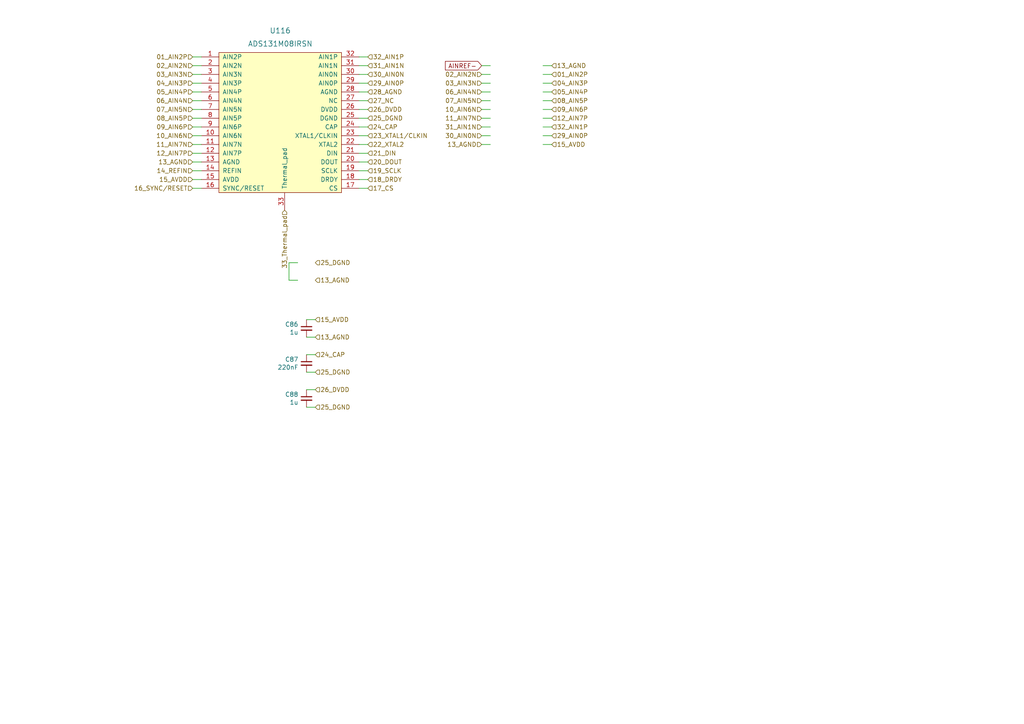
<source format=kicad_sch>
(kicad_sch (version 20210621) (generator eeschema)
  (paper "A4")
  (lib_symbols
    (symbol "FreeEEG32-ads131-rescue:C_Small-Device" (pin_numbers hide) (pin_names (offset 0.254) hide)
      (property "Reference" "C" (at 0.254 1.778 0))
      (property "Value" "C_Small-Device" (at 0.254 -2.032 0))
      (symbol "C_Small-Device_0_1"
        (polyline (pts (xy -1.524 -0.508) (xy 1.524 -0.508)) (stroke (width 0.3302)))
        (polyline (pts (xy -1.524 0.508) (xy 1.524 0.508)) (stroke (width 0.3048)))
      )
      (symbol "C_Small-Device_1_1"
        (pin passive line (at 0 2.54 270) (length 2.032) (name "~") (number "1"))
        (pin passive line (at 0 -2.54 90) (length 2.032) (name "~") (number "2"))
      )
    )
    (symbol "ads131:ADS131M08IPBS" (pin_names (offset 1.016))
      (property "Reference" "U?" (at -1.27 44.45 0))
      (property "Value" "ADS131M08IPBS" (at -1.27 40.64 0))
      (symbol "ADS131M08IPBS_0_1"
        (rectangle (start -19.05 39.37) (end 16.51 -1.27) (fill (type background)))
      )
      (symbol "ADS131M08IPBS_1_1"
        (pin input line (at -24.13 38.1 0) (length 5.08) (name "AIN2P") (number "1"))
        (pin input line (at -24.13 15.24 0) (length 5.08) (name "AIN6N") (number "10"))
        (pin input line (at -24.13 12.7 0) (length 5.08) (name "AIN7N") (number "11"))
        (pin input line (at -24.13 10.16 0) (length 5.08) (name "AIN7P") (number "12"))
        (pin input line (at -24.13 7.62 0) (length 5.08) (name "AGND") (number "13"))
        (pin input line (at -24.13 5.08 0) (length 5.08) (name "REFIN") (number "14"))
        (pin input line (at -24.13 2.54 0) (length 5.08) (name "AVDD") (number "15"))
        (pin input line (at -24.13 0 0) (length 5.08) (name "SYNC/RESET") (number "16"))
        (pin input line (at 21.59 0 180) (length 5.08) (name "CS") (number "17"))
        (pin input line (at 21.59 2.54 180) (length 5.08) (name "DRDY") (number "18"))
        (pin input line (at 21.59 5.08 180) (length 5.08) (name "SCLK") (number "19"))
        (pin input line (at -24.13 35.56 0) (length 5.08) (name "AIN2N") (number "2"))
        (pin input line (at 21.59 7.62 180) (length 5.08) (name "DOUT") (number "20"))
        (pin input line (at 21.59 10.16 180) (length 5.08) (name "DIN") (number "21"))
        (pin input line (at 21.59 12.7 180) (length 5.08) (name "XTAL2") (number "22"))
        (pin input line (at 21.59 15.24 180) (length 5.08) (name "XTAL1/CLKIN") (number "23"))
        (pin input line (at 21.59 17.78 180) (length 5.08) (name "CAP") (number "24"))
        (pin input line (at 21.59 20.32 180) (length 5.08) (name "DGND") (number "25"))
        (pin input line (at 21.59 22.86 180) (length 5.08) (name "DVDD") (number "26"))
        (pin input line (at 21.59 25.4 180) (length 5.08) (name "NC") (number "27"))
        (pin input line (at 21.59 27.94 180) (length 5.08) (name "AGND") (number "28"))
        (pin input line (at 21.59 30.48 180) (length 5.08) (name "AIN0P") (number "29"))
        (pin input line (at -24.13 33.02 0) (length 5.08) (name "AIN3N") (number "3"))
        (pin input line (at 21.59 33.02 180) (length 5.08) (name "AIN0N") (number "30"))
        (pin input line (at 21.59 35.56 180) (length 5.08) (name "AIN1N") (number "31"))
        (pin input line (at 21.59 38.1 180) (length 5.08) (name "AIN1P") (number "32"))
        (pin input line (at 0 -6.35 90) (length 5.08) (name "Thermal_pad") (number "33"))
        (pin input line (at -24.13 30.48 0) (length 5.08) (name "AIN3P") (number "4"))
        (pin input line (at -24.13 27.94 0) (length 5.08) (name "AIN4P") (number "5"))
        (pin input line (at -24.13 25.4 0) (length 5.08) (name "AIN4N") (number "6"))
        (pin input line (at -24.13 22.86 0) (length 5.08) (name "AIN5N") (number "7"))
        (pin input line (at -24.13 20.32 0) (length 5.08) (name "AIN5P") (number "8"))
        (pin input line (at -24.13 17.78 0) (length 5.08) (name "AIN6P") (number "9"))
      )
    )
  )
  (wire (pts (xy 55.88 16.51) (xy 58.42 16.51)))
  (wire (pts (xy 55.88 19.05) (xy 58.42 19.05)))
  (wire (pts (xy 55.88 21.59) (xy 58.42 21.59)))
  (wire (pts (xy 55.88 24.13) (xy 58.42 24.13)))
  (wire (pts (xy 55.88 29.21) (xy 58.42 29.21)))
  (wire (pts (xy 55.88 31.75) (xy 58.42 31.75)))
  (wire (pts (xy 55.88 34.29) (xy 58.42 34.29)))
  (wire (pts (xy 55.88 36.83) (xy 58.42 36.83)))
  (wire (pts (xy 55.88 39.37) (xy 58.42 39.37)))
  (wire (pts (xy 55.88 41.91) (xy 58.42 41.91)))
  (wire (pts (xy 55.88 44.45) (xy 58.42 44.45)))
  (wire (pts (xy 55.88 46.99) (xy 58.42 46.99)))
  (wire (pts (xy 55.88 49.53) (xy 58.42 49.53)))
  (wire (pts (xy 55.88 52.07) (xy 58.42 52.07)))
  (wire (pts (xy 55.88 54.61) (xy 58.42 54.61)))
  (wire (pts (xy 58.42 26.67) (xy 55.88 26.67)))
  (wire (pts (xy 83.82 76.2) (xy 83.82 81.28)))
  (wire (pts (xy 83.82 81.28) (xy 86.36 81.28)))
  (wire (pts (xy 86.36 76.2) (xy 83.82 76.2)))
  (wire (pts (xy 91.44 92.71) (xy 88.9 92.71)))
  (wire (pts (xy 91.44 97.79) (xy 88.9 97.79)))
  (wire (pts (xy 91.44 102.87) (xy 88.9 102.87)))
  (wire (pts (xy 91.44 107.95) (xy 88.9 107.95)))
  (wire (pts (xy 91.44 113.03) (xy 88.9 113.03)))
  (wire (pts (xy 91.44 118.11) (xy 88.9 118.11)))
  (wire (pts (xy 104.14 16.51) (xy 106.68 16.51)))
  (wire (pts (xy 104.14 19.05) (xy 106.68 19.05)))
  (wire (pts (xy 104.14 21.59) (xy 106.68 21.59)))
  (wire (pts (xy 104.14 24.13) (xy 106.68 24.13)))
  (wire (pts (xy 104.14 29.21) (xy 106.68 29.21)))
  (wire (pts (xy 104.14 31.75) (xy 106.68 31.75)))
  (wire (pts (xy 104.14 34.29) (xy 106.68 34.29)))
  (wire (pts (xy 104.14 36.83) (xy 106.68 36.83)))
  (wire (pts (xy 104.14 39.37) (xy 106.68 39.37)))
  (wire (pts (xy 104.14 41.91) (xy 106.68 41.91)))
  (wire (pts (xy 104.14 44.45) (xy 106.68 44.45)))
  (wire (pts (xy 104.14 46.99) (xy 106.68 46.99)))
  (wire (pts (xy 104.14 49.53) (xy 106.68 49.53)))
  (wire (pts (xy 104.14 52.07) (xy 106.68 52.07)))
  (wire (pts (xy 104.14 54.61) (xy 106.68 54.61)))
  (wire (pts (xy 106.68 26.67) (xy 104.14 26.67)))
  (wire (pts (xy 139.7 21.59) (xy 142.24 21.59)))
  (wire (pts (xy 139.7 24.13) (xy 142.24 24.13)))
  (wire (pts (xy 139.7 26.67) (xy 142.24 26.67)))
  (wire (pts (xy 139.7 29.21) (xy 142.24 29.21)))
  (wire (pts (xy 139.7 31.75) (xy 142.24 31.75)))
  (wire (pts (xy 139.7 34.29) (xy 142.24 34.29)))
  (wire (pts (xy 139.7 36.83) (xy 142.24 36.83)))
  (wire (pts (xy 139.7 39.37) (xy 142.24 39.37)))
  (wire (pts (xy 142.24 19.05) (xy 139.7 19.05)))
  (wire (pts (xy 142.24 41.91) (xy 139.7 41.91)))
  (wire (pts (xy 160.02 19.05) (xy 157.48 19.05)))
  (wire (pts (xy 160.02 21.59) (xy 157.48 21.59)))
  (wire (pts (xy 160.02 24.13) (xy 157.48 24.13)))
  (wire (pts (xy 160.02 26.67) (xy 157.48 26.67)))
  (wire (pts (xy 160.02 29.21) (xy 157.48 29.21)))
  (wire (pts (xy 160.02 31.75) (xy 157.48 31.75)))
  (wire (pts (xy 160.02 34.29) (xy 157.48 34.29)))
  (wire (pts (xy 160.02 36.83) (xy 157.48 36.83)))
  (wire (pts (xy 160.02 39.37) (xy 157.48 39.37)))
  (wire (pts (xy 160.02 41.91) (xy 157.48 41.91)))
  (global_label "AINREF-" (shape input) (at 139.7 19.05 180) (property "Intersheet References" "${INTERSHEET_REFS}" (effects hide)))
  (hierarchical_label "01_AIN2P" (shape input) (at 55.88 16.51 180))
  (hierarchical_label "02_AIN2N" (shape input) (at 55.88 19.05 180))
  (hierarchical_label "03_AIN3N" (shape input) (at 55.88 21.59 180))
  (hierarchical_label "04_AIN3P" (shape input) (at 55.88 24.13 180))
  (hierarchical_label "05_AIN4P" (shape input) (at 55.88 26.67 180))
  (hierarchical_label "06_AIN4N" (shape input) (at 55.88 29.21 180))
  (hierarchical_label "07_AIN5N" (shape input) (at 55.88 31.75 180))
  (hierarchical_label "08_AIN5P" (shape input) (at 55.88 34.29 180))
  (hierarchical_label "09_AIN6P" (shape input) (at 55.88 36.83 180))
  (hierarchical_label "10_AIN6N" (shape input) (at 55.88 39.37 180))
  (hierarchical_label "11_AIN7N" (shape input) (at 55.88 41.91 180))
  (hierarchical_label "12_AIN7P" (shape input) (at 55.88 44.45 180))
  (hierarchical_label "13_AGND" (shape input) (at 55.88 46.99 180))
  (hierarchical_label "14_REFIN" (shape input) (at 55.88 49.53 180))
  (hierarchical_label "15_AVDD" (shape input) (at 55.88 52.07 180))
  (hierarchical_label "16_SYNC{slash}RESET" (shape input) (at 55.88 54.61 180))
  (hierarchical_label "33_Thermal_pad" (shape input) (at 82.55 60.96 270))
  (hierarchical_label "25_DGND" (shape input) (at 91.44 76.2 0))
  (hierarchical_label "13_AGND" (shape input) (at 91.44 81.28 0))
  (hierarchical_label "15_AVDD" (shape input) (at 91.44 92.71 0))
  (hierarchical_label "13_AGND" (shape input) (at 91.44 97.79 0))
  (hierarchical_label "24_CAP" (shape input) (at 91.44 102.87 0))
  (hierarchical_label "25_DGND" (shape input) (at 91.44 107.95 0))
  (hierarchical_label "26_DVDD" (shape input) (at 91.44 113.03 0))
  (hierarchical_label "25_DGND" (shape input) (at 91.44 118.11 0))
  (hierarchical_label "32_AIN1P" (shape input) (at 106.68 16.51 0))
  (hierarchical_label "31_AIN1N" (shape input) (at 106.68 19.05 0))
  (hierarchical_label "30_AIN0N" (shape input) (at 106.68 21.59 0))
  (hierarchical_label "29_AIN0P" (shape input) (at 106.68 24.13 0))
  (hierarchical_label "28_AGND" (shape input) (at 106.68 26.67 0))
  (hierarchical_label "27_NC" (shape input) (at 106.68 29.21 0))
  (hierarchical_label "26_DVDD" (shape input) (at 106.68 31.75 0))
  (hierarchical_label "25_DGND" (shape input) (at 106.68 34.29 0))
  (hierarchical_label "24_CAP" (shape input) (at 106.68 36.83 0))
  (hierarchical_label "23_XTAL1{slash}CLKIN" (shape input) (at 106.68 39.37 0))
  (hierarchical_label "22_XTAL2" (shape input) (at 106.68 41.91 0))
  (hierarchical_label "21_DIN" (shape input) (at 106.68 44.45 0))
  (hierarchical_label "20_DOUT" (shape input) (at 106.68 46.99 0))
  (hierarchical_label "19_SCLK" (shape input) (at 106.68 49.53 0))
  (hierarchical_label "18_DRDY" (shape input) (at 106.68 52.07 0))
  (hierarchical_label "17_CS" (shape input) (at 106.68 54.61 0))
  (hierarchical_label "02_AIN2N" (shape input) (at 139.7 21.59 180))
  (hierarchical_label "03_AIN3N" (shape input) (at 139.7 24.13 180))
  (hierarchical_label "06_AIN4N" (shape input) (at 139.7 26.67 180))
  (hierarchical_label "07_AIN5N" (shape input) (at 139.7 29.21 180))
  (hierarchical_label "10_AIN6N" (shape input) (at 139.7 31.75 180))
  (hierarchical_label "11_AIN7N" (shape input) (at 139.7 34.29 180))
  (hierarchical_label "31_AIN1N" (shape input) (at 139.7 36.83 180))
  (hierarchical_label "30_AIN0N" (shape input) (at 139.7 39.37 180))
  (hierarchical_label "13_AGND" (shape input) (at 139.7 41.91 180))
  (hierarchical_label "13_AGND" (shape input) (at 160.02 19.05 0))
  (hierarchical_label "01_AIN2P" (shape input) (at 160.02 21.59 0))
  (hierarchical_label "04_AIN3P" (shape input) (at 160.02 24.13 0))
  (hierarchical_label "05_AIN4P" (shape input) (at 160.02 26.67 0))
  (hierarchical_label "08_AIN5P" (shape input) (at 160.02 29.21 0))
  (hierarchical_label "09_AIN6P" (shape input) (at 160.02 31.75 0))
  (hierarchical_label "12_AIN7P" (shape input) (at 160.02 34.29 0))
  (hierarchical_label "32_AIN1P" (shape input) (at 160.02 36.83 0))
  (hierarchical_label "29_AIN0P" (shape input) (at 160.02 39.37 0))
  (hierarchical_label "15_AVDD" (shape input) (at 160.02 41.91 0))
  (symbol (lib_id "FreeEEG32-ads131-rescue:C_Small-Device") (at 88.9 95.25 0) (mirror y) (unit 1)
    (property "Reference" "C86" (at 86.5632 94.0816 0) (effects (justify left)))
    (property "Value" "1u" (at 86.5632 96.393 0) (effects (justify left)))
    (property "Footprint" "Capacitor_SMD:C_0402_1005Metric" (effects hide))
    (property "Datasheet" "C0G" (effects hide))
    (property "MNP" "CL05A105KO5NNNC" (effects hide))
  )
  (symbol (lib_id "FreeEEG32-ads131-rescue:C_Small-Device") (at 88.9 105.41 0) (mirror y) (unit 1)
    (property "Reference" "C87" (at 86.5632 104.2416 0) (effects (justify left)))
    (property "Value" "220nF" (at 86.5632 106.553 0) (effects (justify left)))
    (property "Footprint" "Capacitor_SMD:C_0402_1005Metric" (effects hide))
    (property "Datasheet" "X7R, not Y5V" (effects hide))
    (property "MNP" "CL05A105KO5NNNC" (effects hide))
  )
  (symbol (lib_id "FreeEEG32-ads131-rescue:C_Small-Device") (at 88.9 115.57 0) (mirror y) (unit 1)
    (property "Reference" "C88" (at 86.5632 114.4016 0) (effects (justify left)))
    (property "Value" "1u" (at 86.5632 116.713 0) (effects (justify left)))
    (property "Footprint" "Capacitor_SMD:C_0402_1005Metric" (effects hide))
    (property "Datasheet" "X7R, not Y5V" (effects hide))
    (property "MNP" "CL05A105KO5NNNC" (effects hide))
  )
  (symbol (lib_id "ads131:ADS131M08IPBS") (at 82.55 54.61 0) (unit 1)
    (property "Reference" "U116" (at 81.28 8.89 0) (effects (font (size 1.524 1.524))))
    (property "Value" "ADS131M08IRSN" (at 81.28 12.7 0) (effects (font (size 1.524 1.524))))
    (property "Footprint" "Package_DFN_QFN:QFN-32-1EP_4x4mm_P0.4mm_EP2.65x2.65mm_ThermalVias" (effects hide))
    (property "MNP" "AD7771BCPZ" (effects hide))
    (property "Manufacturer" "Analog Devices" (effects hide))
  )
)
</source>
